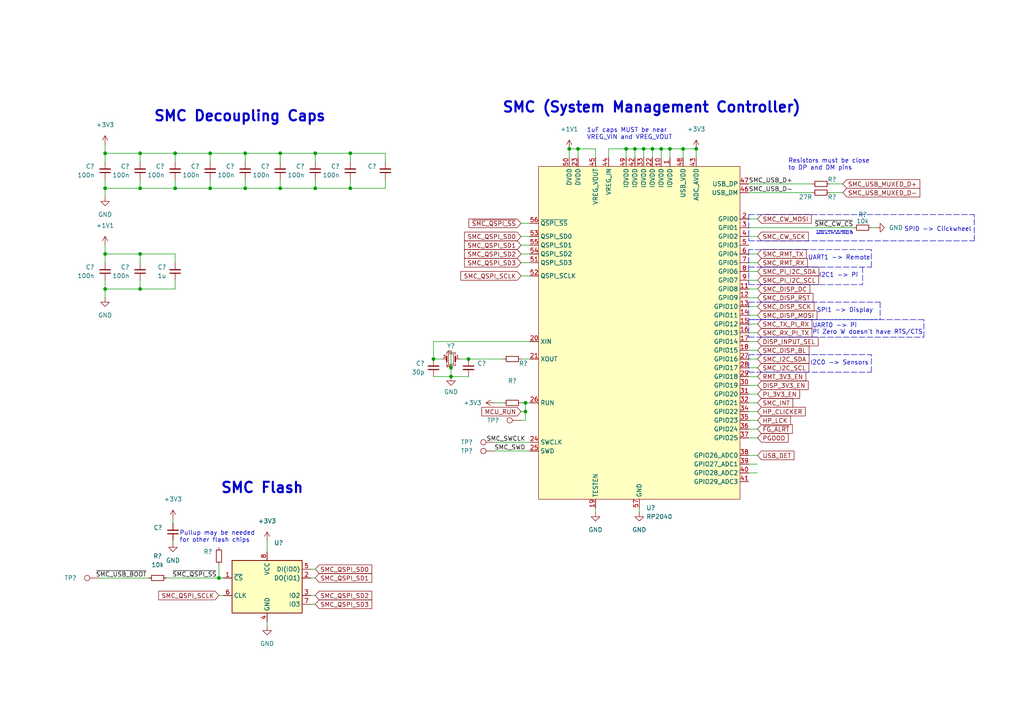
<source format=kicad_sch>
(kicad_sch (version 20211123) (generator eeschema)
  (paper "A4")
  (lib_symbols
    (symbol "Connector:TestPoint" (pin_numbers hide) (pin_names (offset 0.762) hide)
      (property "Reference" "TP" (at 0 6.858 0))
      (property "Value" "TestPoint" (at 0 5.08 0))
      (symbol "TestPoint_0_1"
        (circle (center 0 3.302) (radius 0.762))
      )
      (symbol "TestPoint_1_1"
        (pin passive line (at 0 0 90) (length 2.54) (name "1") (number "1"))
      )
    )
    (symbol "Device:C_Small" (pin_numbers hide) (pin_names (offset 0.254) hide)
      (property "Reference" "C" (at 0.254 1.778 0))
      (property "Value" "C_Small" (at 0.254 -2.032 0))
      (symbol "C_Small_0_1"
        (polyline (pts (xy -1.524 -0.508) (xy 1.524 -0.508)) (stroke (width 0.3302)))
        (polyline (pts (xy -1.524 0.508) (xy 1.524 0.508)) (stroke (width 0.3048)))
      )
      (symbol "C_Small_1_1"
        (pin passive line (at 0 2.54 270) (length 2.032) (name "~") (number "1"))
        (pin passive line (at 0 -2.54 90) (length 2.032) (name "~") (number "2"))
      )
    )
    (symbol "Device:Crystal_GND24_Small" (pin_names (offset 1.016) hide)
      (property "Reference" "Y" (at 1.27 4.445 0))
      (property "Value" "Crystal_GND24_Small" (at 1.27 2.54 0))
      (symbol "Crystal_GND24_Small_0_1"
        (rectangle (start -0.762 -1.524) (end 0.762 1.524))
        (polyline (pts (xy -1.27 -0.762) (xy -1.27 0.762)) (stroke (width 0.381)))
        (polyline (pts (xy 1.27 -0.762) (xy 1.27 0.762)) (stroke (width 0.381)))
        (polyline (pts (xy -1.27 -1.27) (xy -1.27 -1.905) (xy 1.27 -1.905) (xy 1.27 -1.27)))
        (polyline (pts (xy -1.27 1.27) (xy -1.27 1.905) (xy 1.27 1.905) (xy 1.27 1.27)))
      )
      (symbol "Crystal_GND24_Small_1_1"
        (pin passive line (at -2.54 0 0) (length 1.27) (name "1") (number "1"))
        (pin passive line (at 0 -2.54 90) (length 0.635) (name "2") (number "2"))
        (pin passive line (at 2.54 0 180) (length 1.27) (name "3") (number "3"))
        (pin passive line (at 0 2.54 270) (length 0.635) (name "4") (number "4"))
      )
    )
    (symbol "Device:R_Small" (pin_numbers hide) (pin_names (offset 0.254) hide)
      (property "Reference" "R" (at 0.762 0.508 0))
      (property "Value" "R_Small" (at 0.762 -1.016 0))
      (symbol "R_Small_0_1"
        (rectangle (start -0.762 1.778) (end 0.762 -1.778) (stroke (width 0.2032)))
      )
      (symbol "R_Small_1_1"
        (pin passive line (at 0 2.54 270) (length 0.762) (name "~") (number "1"))
        (pin passive line (at 0 -2.54 90) (length 0.762) (name "~") (number "2"))
      )
    )
    (symbol "Memory_Flash:W25Q128JVS"
      (property "Reference" "U" (at -8.89 8.89 0))
      (property "Value" "W25Q128JVS" (at 7.62 8.89 0))
      (symbol "W25Q128JVS_0_1"
        (rectangle (start -10.16 7.62) (end 10.16 -7.62) (stroke (width 0.254)) (fill (type background)))
      )
      (symbol "W25Q128JVS_1_1"
        (pin input line (at -12.7 2.54 0) (length 2.54) (name "~{CS}") (number "1"))
        (pin bidirectional line (at 12.7 2.54 180) (length 2.54) (name "DO(IO1)") (number "2"))
        (pin bidirectional line (at 12.7 -2.54 180) (length 2.54) (name "IO2") (number "3"))
        (pin power_in line (at 0 -10.16 90) (length 2.54) (name "GND") (number "4"))
        (pin bidirectional line (at 12.7 5.08 180) (length 2.54) (name "DI(IO0)") (number "5"))
        (pin input line (at -12.7 -2.54 0) (length 2.54) (name "CLK") (number "6"))
        (pin bidirectional line (at 12.7 -5.08 180) (length 2.54) (name "IO3") (number "7"))
        (pin power_in line (at 0 10.16 270) (length 2.54) (name "VCC") (number "8"))
      )
    )
    (symbol "lcsc:RP2040"
      (property "Reference" "U?" (at 0 58.42 0))
      (property "Value" "RP2040" (at 0 -53.34 0))
      (symbol "RP2040_0_1"
        (rectangle (start -29.21 50.8) (end 29.21 -45.72) (fill (type background)))
        (pin bidirectional line (at 8.89 53.34 270) (length 2.54) (name "IOVDD") (number "1"))
        (pin bidirectional line (at 6.35 53.34 270) (length 2.54) (name "IOVDD") (number "10"))
        (pin bidirectional line (at 31.75 15.24 180) (length 2.54) (name "GPIO8") (number "11"))
        (pin bidirectional line (at 31.75 12.7 180) (length 2.54) (name "GPIO9") (number "12"))
        (pin bidirectional line (at 31.75 10.16 180) (length 2.54) (name "GPIO10") (number "13"))
        (pin bidirectional line (at 31.75 7.62 180) (length 2.54) (name "GPIO11") (number "14"))
        (pin bidirectional line (at 31.75 5.08 180) (length 2.54) (name "GPIO12") (number "15"))
        (pin bidirectional line (at 31.75 2.54 180) (length 2.54) (name "GPIO13") (number "16"))
        (pin bidirectional line (at 31.75 0 180) (length 2.54) (name "GPIO14") (number "17"))
        (pin bidirectional line (at 31.75 -2.54 180) (length 2.54) (name "GPIO15") (number "18"))
        (pin unspecified line (at -12.7 -48.26 90) (length 2.54) (name "TESTEN") (number "19"))
        (pin bidirectional line (at 31.75 35.56 180) (length 2.54) (name "GPIO0") (number "2"))
        (pin input line (at -31.75 0 0) (length 2.54) (name "XIN") (number "20"))
        (pin unspecified line (at -31.75 -5.08 0) (length 2.54) (name "XOUT") (number "21"))
        (pin bidirectional line (at 3.81 53.34 270) (length 2.54) (name "IOVDD") (number "22"))
        (pin bidirectional line (at -17.78 53.34 270) (length 2.54) (name "DVDD") (number "23"))
        (pin output line (at -31.75 -29.21 0) (length 2.54) (name "SWCLK") (number "24"))
        (pin bidirectional line (at -31.75 -31.75 0) (length 2.54) (name "SWD") (number "25"))
        (pin input line (at -31.75 -17.78 0) (length 2.54) (name "RUN") (number "26"))
        (pin bidirectional line (at 31.75 -5.08 180) (length 2.54) (name "GPIO16") (number "27"))
        (pin bidirectional line (at 31.75 -7.62 180) (length 2.54) (name "GPIO17") (number "28"))
        (pin bidirectional line (at 31.75 -10.16 180) (length 2.54) (name "GPIO18") (number "29"))
        (pin bidirectional line (at 31.75 33.02 180) (length 2.54) (name "GPIO1") (number "3"))
        (pin bidirectional line (at 31.75 -12.7 180) (length 2.54) (name "GPIO19") (number "30"))
        (pin bidirectional line (at 31.75 -15.24 180) (length 2.54) (name "GPIO20") (number "31"))
        (pin bidirectional line (at 31.75 -17.78 180) (length 2.54) (name "GPIO21") (number "32"))
        (pin bidirectional line (at 1.27 53.34 270) (length 2.54) (name "IOVDD") (number "33"))
        (pin bidirectional line (at 31.75 -20.32 180) (length 2.54) (name "GPIO22") (number "34"))
        (pin bidirectional line (at 31.75 -22.86 180) (length 2.54) (name "GPIO23") (number "35"))
        (pin bidirectional line (at 31.75 -25.4 180) (length 2.54) (name "GPIO24") (number "36"))
        (pin bidirectional line (at 31.75 -27.94 180) (length 2.54) (name "GPIO25") (number "37"))
        (pin bidirectional line (at 31.75 -33.02 180) (length 2.54) (name "GPIO26_ADC0") (number "38"))
        (pin bidirectional line (at 31.75 -35.56 180) (length 2.54) (name "GPIO27_ADC1") (number "39"))
        (pin bidirectional line (at 31.75 30.48 180) (length 2.54) (name "GPIO2") (number "4"))
        (pin bidirectional line (at 31.75 -38.1 180) (length 2.54) (name "GPIO28_ADC2") (number "40"))
        (pin bidirectional line (at 31.75 -40.64 180) (length 2.54) (name "GPIO29_ADC3") (number "41"))
        (pin bidirectional line (at -1.27 53.34 270) (length 2.54) (name "IOVDD") (number "42"))
        (pin bidirectional line (at 16.51 53.34 270) (length 2.54) (name "ADC_AVDD") (number "43"))
        (pin bidirectional line (at -8.89 53.34 270) (length 2.54) (name "VREG_IN") (number "44"))
        (pin bidirectional line (at -12.7 53.34 270) (length 2.54) (name "VREG_VOUT") (number "45"))
        (pin bidirectional line (at 31.75 43.18 180) (length 2.54) (name "USB_DM") (number "46"))
        (pin bidirectional line (at 31.75 45.72 180) (length 2.54) (name "USB_DP") (number "47"))
        (pin bidirectional line (at 12.7 53.34 270) (length 2.54) (name "USB_VDD") (number "48"))
        (pin bidirectional line (at -3.81 53.34 270) (length 2.54) (name "IOVDD") (number "49"))
        (pin bidirectional line (at 31.75 27.94 180) (length 2.54) (name "GPIO3") (number "5"))
        (pin bidirectional line (at -20.32 53.34 270) (length 2.54) (name "DVDD") (number "50"))
        (pin bidirectional line (at -31.75 22.86 0) (length 2.54) (name "QSPI_SD3") (number "51"))
        (pin output line (at -31.75 19.05 0) (length 2.54) (name "QSPI_SCLK") (number "52"))
        (pin bidirectional line (at -31.75 30.48 0) (length 2.54) (name "QSPI_SD0") (number "53"))
        (pin bidirectional line (at -31.75 25.4 0) (length 2.54) (name "QSPI_SD2") (number "54"))
        (pin bidirectional line (at -31.75 27.94 0) (length 2.54) (name "QSPI_SD1") (number "55"))
        (pin bidirectional line (at -31.75 34.29 0) (length 2.54) (name "~{QSPI_SS}") (number "56"))
        (pin bidirectional line (at 0 -48.26 90) (length 2.54) (name "GND") (number "57"))
        (pin bidirectional line (at 31.75 25.4 180) (length 2.54) (name "GPIO4") (number "6"))
        (pin bidirectional line (at 31.75 22.86 180) (length 2.54) (name "GPIO5") (number "7"))
        (pin bidirectional line (at 31.75 20.32 180) (length 2.54) (name "GPIO6") (number "8"))
        (pin bidirectional line (at 31.75 17.78 180) (length 2.54) (name "GPIO7") (number "9"))
      )
    )
    (symbol "power:+1V1" (power) (pin_names (offset 0))
      (property "Value" "+1V1" (at 0 3.556 0))
      (symbol "+1V1_0_1"
        (polyline (pts (xy -0.762 1.27) (xy 0 2.54)))
        (polyline (pts (xy 0 0) (xy 0 2.54)))
        (polyline (pts (xy 0 2.54) (xy 0.762 1.27)))
      )
      (symbol "+1V1_1_1"
        (pin power_in line (at 0 0 90) (length 0) hide (name "+1V1") (number "1"))
      )
    )
    (symbol "power:+3.3V" (power) (pin_names (offset 0))
      (property "Value" "+3.3V" (at 0 3.556 0))
      (symbol "+3.3V_0_1"
        (polyline (pts (xy -0.762 1.27) (xy 0 2.54)))
        (polyline (pts (xy 0 0) (xy 0 2.54)))
        (polyline (pts (xy 0 2.54) (xy 0.762 1.27)))
      )
      (symbol "+3.3V_1_1"
        (pin power_in line (at 0 0 90) (length 0) hide (name "+3V3") (number "1"))
      )
    )
    (symbol "power:GND" (power) (pin_names (offset 0))
      (property "Value" "GND" (at 0 -3.81 0))
      (symbol "GND_0_1"
        (polyline (pts (xy 0 0) (xy 0 -1.27) (xy 1.27 -1.27) (xy 0 -2.54) (xy -1.27 -1.27) (xy 0 -1.27)))
      )
      (symbol "GND_1_1"
        (pin power_in line (at 0 0 270) (length 0) hide (name "GND") (number "1"))
      )
    )
  )
  (junction (at 198.12 43.18))
  (junction (at 60.96 54.61))
  (junction (at 130.81 109.22))
  (junction (at 186.69 43.18))
  (junction (at 91.44 54.61))
  (junction (at 40.64 83.82))
  (junction (at 40.64 44.45))
  (junction (at 63.5 167.64))
  (junction (at 201.93 43.18))
  (junction (at 152.4 116.84))
  (junction (at 60.96 44.45))
  (junction (at 125.73 104.14))
  (junction (at 184.15 43.18))
  (junction (at 135.89 104.14))
  (junction (at 50.8 54.61))
  (junction (at 40.64 54.61))
  (junction (at 165.1 43.18))
  (junction (at 81.28 54.61))
  (junction (at 81.28 44.45))
  (junction (at 91.44 44.45))
  (junction (at 101.6 44.45))
  (junction (at 167.64 43.18))
  (junction (at 152.4 119.38))
  (junction (at 71.12 54.61))
  (junction (at 101.6 54.61))
  (junction (at 30.48 44.45))
  (junction (at 130.81 106.68))
  (junction (at 30.48 83.82))
  (junction (at 191.77 43.18))
  (junction (at 189.23 43.18))
  (junction (at 194.31 43.18))
  (junction (at 40.64 73.66))
  (junction (at 30.48 73.66))
  (junction (at 71.12 44.45))
  (junction (at 181.61 43.18))
  (junction (at 50.8 44.45))
  (junction (at 30.48 54.61))
  (wire (pts (xy 217.17 93.98) (xy 219.71 93.98)))
  (wire (pts (xy 217.17 83.82) (xy 219.71 83.82)))
  (wire (pts (xy 130.81 106.68) (xy 130.81 109.22)))
  (wire (pts (xy 90.17 172.72) (xy 91.44 172.72)))
  (polyline (pts (xy 217.17 97.79) (xy 267.97 97.79)))
  (wire (pts (xy 90.17 165.1) (xy 91.44 165.1)))
  (wire (pts (xy 217.17 53.34) (xy 235.585 53.34)))
  (wire (pts (xy 217.17 73.66) (xy 219.71 73.66)))
  (polyline (pts (xy 217.17 102.87) (xy 217.17 107.95)))
  (wire (pts (xy 40.64 54.61) (xy 30.48 54.61)))
  (wire (pts (xy 152.4 119.38) (xy 152.4 116.84)))
  (wire (pts (xy 185.42 147.32) (xy 185.42 148.59)))
  (wire (pts (xy 30.48 71.12) (xy 30.48 73.66)))
  (wire (pts (xy 81.28 54.61) (xy 71.12 54.61)))
  (wire (pts (xy 191.77 43.18) (xy 191.77 45.72)))
  (wire (pts (xy 191.77 43.18) (xy 189.23 43.18)))
  (wire (pts (xy 40.64 83.82) (xy 30.48 83.82)))
  (wire (pts (xy 165.1 43.18) (xy 165.1 45.72)))
  (wire (pts (xy 91.44 44.45) (xy 81.28 44.45)))
  (wire (pts (xy 30.48 52.07) (xy 30.48 54.61)))
  (wire (pts (xy 40.64 73.66) (xy 30.48 73.66)))
  (wire (pts (xy 50.8 76.2) (xy 50.8 73.66)))
  (wire (pts (xy 217.17 101.6) (xy 219.71 101.6)))
  (wire (pts (xy 30.48 83.82) (xy 30.48 86.36)))
  (wire (pts (xy 151.13 116.84) (xy 152.4 116.84)))
  (wire (pts (xy 217.17 76.2) (xy 219.71 76.2)))
  (wire (pts (xy 81.28 52.07) (xy 81.28 54.61)))
  (wire (pts (xy 50.8 46.99) (xy 50.8 44.45)))
  (wire (pts (xy 152.4 121.92) (xy 152.4 119.38)))
  (wire (pts (xy 151.13 71.12) (xy 153.67 71.12)))
  (wire (pts (xy 50.165 150.495) (xy 50.165 151.765)))
  (wire (pts (xy 91.44 46.99) (xy 91.44 44.45)))
  (wire (pts (xy 40.64 46.99) (xy 40.64 44.45)))
  (wire (pts (xy 91.44 52.07) (xy 91.44 54.61)))
  (wire (pts (xy 217.17 134.62) (xy 219.71 134.62)))
  (wire (pts (xy 176.53 43.18) (xy 181.61 43.18)))
  (wire (pts (xy 184.15 43.18) (xy 184.15 45.72)))
  (wire (pts (xy 217.17 91.44) (xy 219.71 91.44)))
  (polyline (pts (xy 217.17 87.63) (xy 255.27 87.63)))
  (wire (pts (xy 101.6 54.61) (xy 91.44 54.61)))
  (wire (pts (xy 194.31 43.18) (xy 191.77 43.18)))
  (wire (pts (xy 198.12 43.18) (xy 198.12 45.72)))
  (wire (pts (xy 50.8 52.07) (xy 50.8 54.61)))
  (wire (pts (xy 77.47 180.34) (xy 77.47 181.61)))
  (wire (pts (xy 50.8 44.45) (xy 40.64 44.45)))
  (wire (pts (xy 60.96 52.07) (xy 60.96 54.61)))
  (wire (pts (xy 40.64 44.45) (xy 30.48 44.45)))
  (wire (pts (xy 30.48 54.61) (xy 30.48 57.15)))
  (wire (pts (xy 151.13 119.38) (xy 152.4 119.38)))
  (polyline (pts (xy 282.575 69.85) (xy 282.575 62.23)))
  (wire (pts (xy 217.17 66.04) (xy 247.65 66.04)))
  (wire (pts (xy 201.93 43.18) (xy 201.93 45.72)))
  (wire (pts (xy 143.51 128.27) (xy 153.67 128.27)))
  (wire (pts (xy 63.5 172.72) (xy 64.77 172.72)))
  (polyline (pts (xy 255.27 87.63) (xy 255.27 92.71)))
  (wire (pts (xy 189.23 43.18) (xy 189.23 45.72)))
  (wire (pts (xy 217.17 111.76) (xy 219.71 111.76)))
  (wire (pts (xy 143.51 116.84) (xy 146.05 116.84)))
  (wire (pts (xy 217.17 104.14) (xy 219.71 104.14)))
  (wire (pts (xy 63.5 167.64) (xy 63.5 163.83)))
  (wire (pts (xy 186.69 43.18) (xy 184.15 43.18)))
  (wire (pts (xy 167.64 43.18) (xy 172.72 43.18)))
  (wire (pts (xy 217.17 119.38) (xy 219.71 119.38)))
  (polyline (pts (xy 217.17 62.23) (xy 282.575 62.23)))
  (wire (pts (xy 167.64 43.18) (xy 167.64 45.72)))
  (polyline (pts (xy 217.17 77.47) (xy 252.73 77.47)))
  (wire (pts (xy 101.6 46.99) (xy 101.6 44.45)))
  (wire (pts (xy 111.76 44.45) (xy 101.6 44.45)))
  (wire (pts (xy 125.73 109.22) (xy 130.81 109.22)))
  (wire (pts (xy 50.8 81.28) (xy 50.8 83.82)))
  (wire (pts (xy 30.48 81.28) (xy 30.48 83.82)))
  (wire (pts (xy 151.13 80.01) (xy 153.67 80.01)))
  (polyline (pts (xy 217.17 107.95) (xy 252.73 107.95)))
  (wire (pts (xy 217.17 137.16) (xy 219.71 137.16)))
  (polyline (pts (xy 217.17 92.71) (xy 217.17 97.79)))
  (wire (pts (xy 151.13 76.2) (xy 153.67 76.2)))
  (wire (pts (xy 151.13 104.14) (xy 153.67 104.14)))
  (wire (pts (xy 217.17 55.88) (xy 235.585 55.88)))
  (wire (pts (xy 165.1 43.18) (xy 167.64 43.18)))
  (wire (pts (xy 217.17 114.3) (xy 219.71 114.3)))
  (wire (pts (xy 130.81 109.22) (xy 135.89 109.22)))
  (polyline (pts (xy 217.17 76.835) (xy 217.17 82.55)))
  (wire (pts (xy 60.96 54.61) (xy 50.8 54.61)))
  (wire (pts (xy 50.8 83.82) (xy 40.64 83.82)))
  (wire (pts (xy 125.73 104.14) (xy 128.27 104.14)))
  (wire (pts (xy 111.76 52.07) (xy 111.76 54.61)))
  (wire (pts (xy 217.17 109.22) (xy 219.71 109.22)))
  (wire (pts (xy 50.165 156.845) (xy 50.165 157.48)))
  (polyline (pts (xy 217.17 69.85) (xy 282.575 69.85)))
  (wire (pts (xy 143.51 130.81) (xy 153.67 130.81)))
  (wire (pts (xy 217.17 68.58) (xy 219.71 68.58)))
  (wire (pts (xy 181.61 43.18) (xy 181.61 45.72)))
  (polyline (pts (xy 252.73 77.47) (xy 252.73 72.39)))
  (wire (pts (xy 194.31 43.18) (xy 194.31 45.72)))
  (wire (pts (xy 151.13 73.66) (xy 153.67 73.66)))
  (wire (pts (xy 217.17 99.06) (xy 219.71 99.06)))
  (wire (pts (xy 151.13 64.77) (xy 153.67 64.77)))
  (wire (pts (xy 30.48 44.45) (xy 30.48 46.99)))
  (wire (pts (xy 172.72 147.32) (xy 172.72 148.59)))
  (wire (pts (xy 90.17 167.64) (xy 91.44 167.64)))
  (wire (pts (xy 240.665 55.88) (xy 244.475 55.88)))
  (wire (pts (xy 77.47 156.845) (xy 77.47 160.02)))
  (wire (pts (xy 64.77 167.64) (xy 63.5 167.64)))
  (wire (pts (xy 153.67 99.06) (xy 125.73 99.06)))
  (wire (pts (xy 152.4 116.84) (xy 153.67 116.84)))
  (wire (pts (xy 217.17 132.08) (xy 219.71 132.08)))
  (wire (pts (xy 189.23 43.18) (xy 186.69 43.18)))
  (wire (pts (xy 71.12 44.45) (xy 60.96 44.45)))
  (wire (pts (xy 201.93 43.18) (xy 198.12 43.18)))
  (wire (pts (xy 184.15 43.18) (xy 181.61 43.18)))
  (wire (pts (xy 135.89 104.14) (xy 146.05 104.14)))
  (polyline (pts (xy 267.97 92.71) (xy 217.17 92.71)))
  (wire (pts (xy 81.28 44.45) (xy 71.12 44.45)))
  (wire (pts (xy 240.665 53.34) (xy 244.475 53.34)))
  (wire (pts (xy 28.575 167.64) (xy 43.18 167.64)))
  (wire (pts (xy 217.17 86.36) (xy 219.71 86.36)))
  (wire (pts (xy 217.17 96.52) (xy 219.71 96.52)))
  (wire (pts (xy 130.81 101.6) (xy 130.81 106.68)))
  (wire (pts (xy 198.12 43.18) (xy 194.31 43.18)))
  (wire (pts (xy 50.8 73.66) (xy 40.64 73.66)))
  (wire (pts (xy 125.73 99.06) (xy 125.73 104.14)))
  (wire (pts (xy 217.17 106.68) (xy 219.71 106.68)))
  (wire (pts (xy 40.64 81.28) (xy 40.64 83.82)))
  (wire (pts (xy 60.96 46.99) (xy 60.96 44.45)))
  (wire (pts (xy 252.73 66.04) (xy 254 66.04)))
  (wire (pts (xy 30.48 41.91) (xy 30.48 44.45)))
  (wire (pts (xy 101.6 44.45) (xy 91.44 44.45)))
  (wire (pts (xy 151.13 121.92) (xy 152.4 121.92)))
  (wire (pts (xy 50.8 54.61) (xy 40.64 54.61)))
  (polyline (pts (xy 217.17 72.39) (xy 217.17 77.47)))
  (wire (pts (xy 71.12 54.61) (xy 60.96 54.61)))
  (polyline (pts (xy 217.17 62.23) (xy 217.17 69.85)))
  (polyline (pts (xy 267.97 97.79) (xy 267.97 92.71)))
  (wire (pts (xy 133.35 104.14) (xy 135.89 104.14)))
  (wire (pts (xy 111.76 46.99) (xy 111.76 44.45)))
  (wire (pts (xy 101.6 52.07) (xy 101.6 54.61)))
  (wire (pts (xy 90.17 175.26) (xy 91.44 175.26)))
  (wire (pts (xy 217.17 116.84) (xy 219.71 116.84)))
  (wire (pts (xy 172.72 43.18) (xy 172.72 45.72)))
  (wire (pts (xy 60.96 44.45) (xy 50.8 44.45)))
  (wire (pts (xy 91.44 54.61) (xy 81.28 54.61)))
  (polyline (pts (xy 217.17 102.87) (xy 252.73 102.87)))
  (wire (pts (xy 71.12 46.99) (xy 71.12 44.45)))
  (wire (pts (xy 217.17 63.5) (xy 219.71 63.5)))
  (wire (pts (xy 40.64 76.2) (xy 40.64 73.66)))
  (wire (pts (xy 186.69 43.18) (xy 186.69 45.72)))
  (wire (pts (xy 71.12 52.07) (xy 71.12 54.61)))
  (wire (pts (xy 81.28 46.99) (xy 81.28 44.45)))
  (polyline (pts (xy 217.17 82.55) (xy 250.19 82.55)))
  (wire (pts (xy 217.17 81.28) (xy 219.71 81.28)))
  (wire (pts (xy 217.17 127) (xy 219.71 127)))
  (polyline (pts (xy 252.73 72.39) (xy 217.17 72.39)))
  (wire (pts (xy 217.17 78.74) (xy 219.71 78.74)))
  (polyline (pts (xy 252.73 107.95) (xy 252.73 102.87)))
  (wire (pts (xy 48.26 167.64) (xy 63.5 167.64)))
  (wire (pts (xy 217.17 88.9) (xy 219.71 88.9)))
  (polyline (pts (xy 250.19 77.47) (xy 250.19 82.55)))
  (wire (pts (xy 217.17 124.46) (xy 219.71 124.46)))
  (polyline (pts (xy 217.17 87.63) (xy 217.17 92.71)))
  (wire (pts (xy 40.64 52.07) (xy 40.64 54.61)))
  (wire (pts (xy 111.76 54.61) (xy 101.6 54.61)))
  (wire (pts (xy 30.48 73.66) (xy 30.48 76.2)))
  (wire (pts (xy 151.13 68.58) (xy 153.67 68.58)))
  (wire (pts (xy 217.17 121.92) (xy 219.71 121.92)))
  (polyline (pts (xy 217.17 92.71) (xy 254.635 92.71)))
  (wire (pts (xy 176.53 43.18) (xy 176.53 45.72)))
  (text "Resistors must be close \nto DP and DM pins\n" (at 228.6 49.53 0) (effects (font (size 1.27 1.27)) (justify left bottom)))
  (text "Pi Zero W doesn't have RTS/CTS" (at 235.585 97.155 0) (effects (font (size 1.27 1.27)) (justify left bottom)))
  (text "SMC (System Management Controller)" (at 145.542 33.02 0) (effects (font (size 3 3) (thickness 0.6) bold) (justify left bottom)))
  (text "I2C1 -> Pi" (at 237.49 80.645 0) (effects (font (size 1.27 1.27)) (justify left bottom)))
  (text "UART0 -> Pi" (at 235.585 95.25 0) (effects (font (size 1.27 1.27)) (justify left bottom)))
  (text "SPI0 -> Clickwheel" (at 262.255 67.31 0) (effects (font (size 1.27 1.27)) (justify left bottom)))
  (text "SMC Decoupling Caps" (at 44.45 35.56 0) (effects (font (size 3 3) (thickness 0.6) bold) (justify left bottom)))
  (text "UART1 -> Remote" (at 234.315 75.565 0) (effects (font (size 1.27 1.27)) (justify left bottom)))
  (text "Pullup may be needed\nfor other flash chips\n" (at 52.07 157.48 0) (effects (font (size 1.27 1.27)) (justify left bottom)))
  (text "It doesn't seem to be possible to\noperate as a SPI slave without ~{CS}" (at 236.728 68.072 0) (effects (font (size 0.4 0.4)) (justify left bottom)))
  (text "1uF caps MUST be near \nVREG_VIN and VREG_VOUT" (at 170.18 40.64 0) (effects (font (size 1.27 1.27)) (justify left bottom)))
  (text "SPI1 -> Display" (at 236.855 90.805 0) (effects (font (size 1.27 1.27)) (justify left bottom)))
  (text "SMC Flash" (at 63.881 143.383 0) (effects (font (size 3 3) (thickness 0.6) bold) (justify left bottom)))
  (text "I2C0 -> Sensors" (at 234.95 106.045 0) (effects (font (size 1.27 1.27)) (justify left bottom)))
  (label "SMC_USB_D-" (at 217.17 55.88 0))
  (label "~{SMC_QSPI_SS}" (at 62.865 167.64 180))
  (label "~{SMC_CW_CS}" (at 236.22 66.04 0))
  (label "SMC_SWD" (at 152.4 130.81 180))
  (label "~{SMC_USB_BOOT}" (at 42.545 167.64 180))
  (label "SMC_USB_D+" (at 217.17 53.34 0))
  (label "SMC_SWCLK" (at 152.4 128.27 180))
  (global_label "SMC_DISP_BL" (shape input) (at 219.71 101.6 0) (property "Intersheet References" "${INTERSHEET_REFS}" (effects hide)))
  (global_label "MCU_RUN" (shape input) (at 151.13 119.38 180) (property "Intersheet References" "${INTERSHEET_REFS}" (effects hide)))
  (global_label "SMC_DISP_RST" (shape input) (at 219.71 86.36 0) (property "Intersheet References" "${INTERSHEET_REFS}" (effects hide)))
  (global_label "PGOOD" (shape input) (at 219.71 127 0) (property "Intersheet References" "${INTERSHEET_REFS}" (effects hide)))
  (global_label "SMC_USB_MUXED_D-" (shape input) (at 244.475 55.88 0) (property "Intersheet References" "${INTERSHEET_REFS}" (effects hide)))
  (global_label "SMC_QSPI_SD0" (shape input) (at 91.44 165.1 0) (property "Intersheet References" "${INTERSHEET_REFS}" (effects hide)))
  (global_label "SMC_QSPI_SD1" (shape input) (at 151.13 71.12 180) (property "Intersheet References" "${INTERSHEET_REFS}" (effects hide)))
  (global_label "~{SMC_QSPI_SS}" (shape input) (at 151.13 64.77 180) (property "Intersheet References" "${INTERSHEET_REFS}" (effects hide)))
  (global_label "HP_LCK" (shape input) (at 219.71 121.92 0) (property "Intersheet References" "${INTERSHEET_REFS}" (effects hide)))
  (global_label "SMC_CW_MOSI" (shape input) (at 219.71 63.5 0) (property "Intersheet References" "${INTERSHEET_REFS}" (effects hide)))
  (global_label "SMC_DISP_MOSI" (shape input) (at 219.71 91.44 0) (property "Intersheet References" "${INTERSHEET_REFS}" (effects hide)))
  (global_label "SMC_RMT_TX" (shape input) (at 219.71 73.66 0) (property "Intersheet References" "${INTERSHEET_REFS}" (effects hide)))
  (global_label "SMC_RMT_RX" (shape input) (at 219.71 76.2 0) (property "Intersheet References" "${INTERSHEET_REFS}" (effects hide)))
  (global_label "~{FG_ALRT}" (shape input) (at 219.71 124.46 0) (property "Intersheet References" "${INTERSHEET_REFS}" (effects hide)))
  (global_label "SMC_QSPI_SD3" (shape input) (at 151.13 76.2 180) (property "Intersheet References" "${INTERSHEET_REFS}" (effects hide)))
  (global_label "SMC_PI_I2C_SCL" (shape input) (at 219.71 81.28 0) (property "Intersheet References" "${INTERSHEET_REFS}" (effects hide)))
  (global_label "RMT_3V3_EN" (shape input) (at 219.71 109.22 0) (property "Intersheet References" "${INTERSHEET_REFS}" (effects hide)))
  (global_label "SMC_USB_MUXED_D+" (shape input) (at 244.475 53.34 0) (property "Intersheet References" "${INTERSHEET_REFS}" (effects hide)))
  (global_label "SMC_QSPI_SD3" (shape input) (at 91.44 175.26 0) (property "Intersheet References" "${INTERSHEET_REFS}" (effects hide)))
  (global_label "SMC_QSPI_SD1" (shape input) (at 91.44 167.64 0) (property "Intersheet References" "${INTERSHEET_REFS}" (effects hide)))
  (global_label "SMC_QSPI_SD2" (shape input) (at 151.13 73.66 180) (property "Intersheet References" "${INTERSHEET_REFS}" (effects hide)))
  (global_label "SMC_QSPI_SD2" (shape input) (at 91.44 172.72 0) (property "Intersheet References" "${INTERSHEET_REFS}" (effects hide)))
  (global_label "SMC_INT" (shape input) (at 219.71 116.84 0) (property "Intersheet References" "${INTERSHEET_REFS}" (effects hide)))
  (global_label "SMC_CW_SCK" (shape input) (at 219.71 68.58 0) (property "Intersheet References" "${INTERSHEET_REFS}" (effects hide)))
  (global_label "DISP_3V3_EN" (shape input) (at 219.71 111.76 0) (property "Intersheet References" "${INTERSHEET_REFS}" (effects hide)))
  (global_label "SMC_QSPI_SD0" (shape input) (at 151.13 68.58 180) (property "Intersheet References" "${INTERSHEET_REFS}" (effects hide)))
  (global_label "SMC_QSPI_SCLK" (shape input) (at 151.13 80.01 180) (property "Intersheet References" "${INTERSHEET_REFS}" (effects hide)))
  (global_label "SMC_PI_I2C_SDA" (shape input) (at 219.71 78.74 0) (property "Intersheet References" "${INTERSHEET_REFS}" (effects hide)))
  (global_label "USB_DET" (shape input) (at 219.71 132.08 0) (property "Intersheet References" "${INTERSHEET_REFS}" (effects hide)))
  (global_label "SMC_DISP_SCK" (shape input) (at 219.71 88.9 0) (property "Intersheet References" "${INTERSHEET_REFS}" (effects hide)))
  (global_label "SMC_DISP_DC" (shape input) (at 219.71 83.82 0) (property "Intersheet References" "${INTERSHEET_REFS}" (effects hide)))
  (global_label "DISP_INPUT_SEL" (shape input) (at 219.71 99.06 0) (property "Intersheet References" "${INTERSHEET_REFS}" (effects hide)))
  (global_label "HP_CLICKER" (shape input) (at 219.71 119.38 0) (property "Intersheet References" "${INTERSHEET_REFS}" (effects hide)))
  (global_label "SMC_I2C_SDA" (shape input) (at 219.71 104.14 0) (property "Intersheet References" "${INTERSHEET_REFS}" (effects hide)))
  (global_label "SMC_RX_PI_TX" (shape input) (at 219.71 96.52 0) (property "Intersheet References" "${INTERSHEET_REFS}" (effects hide)))
  (global_label "SMC_QSPI_SCLK" (shape input) (at 63.5 172.72 180) (property "Intersheet References" "${INTERSHEET_REFS}" (effects hide)))
  (global_label "SMC_I2C_SCL" (shape input) (at 219.71 106.68 0) (property "Intersheet References" "${INTERSHEET_REFS}" (effects hide)))
  (global_label "PI_3V3_EN" (shape input) (at 219.71 114.3 0) (property "Intersheet References" "${INTERSHEET_REFS}" (effects hide)))
  (global_label "SMC_TX_PI_RX" (shape input) (at 219.71 93.98 0) (property "Intersheet References" "${INTERSHEET_REFS}" (effects hide)))
  (symbol (lib_id "power:+3.3V") (at 143.51 116.84 90) (unit 1)
    (property "Reference" "#PWR?" (effects hide))
  )
  (symbol (lib_id "Device:R_Small") (at 45.72 167.64 90) (unit 1)
    (property "Reference" "R?" (at 45.72 161.29 90))
    (property "Value" "10k" (at 45.72 163.83 90))
  )
  (symbol (lib_id "power:+3.3V") (at 77.47 156.845 0) (unit 1)
    (property "Reference" "#PWR?" (effects hide))
  )
  (symbol (lib_id "power:GND") (at 254 66.04 90) (unit 1)
    (property "Reference" "#PWR?" (effects hide))
  )
  (symbol (lib_id "Device:C_Small") (at 71.12 49.53 0) (mirror x) (unit 1)
    (property "Reference" "C?" (at 68.072 48.2535 0) (effects (justify right)))
    (property "Value" "100n" (at 68.072 50.7935 0) (effects (justify right)))
  )
  (symbol (lib_id "power:GND") (at 77.47 181.61 0) (unit 1)
    (property "Reference" "#PWR?" (effects hide))
    (property "Value" "GND" (at 77.47 186.69 0))
  )
  (symbol (lib_id "Device:C_Small") (at 101.6 49.53 0) (mirror x) (unit 1)
    (property "Reference" "C?" (at 98.552 48.2535 0) (effects (justify right)))
    (property "Value" "100n" (at 98.552 50.7935 0) (effects (justify right)))
  )
  (symbol (lib_id "Device:C_Small") (at 30.48 78.74 0) (mirror x) (unit 1)
    (property "Reference" "C?" (at 27.432 77.4635 0) (effects (justify right)))
    (property "Value" "100n" (at 27.432 80.0035 0) (effects (justify right)))
  )
  (symbol (lib_id "Device:C_Small") (at 50.165 154.305 0) (mirror x) (unit 1)
    (property "Reference" "C?" (at 47.117 153.0285 0) (effects (justify right)))
  )
  (symbol (lib_id "power:GND") (at 130.81 109.22 0) (unit 1)
    (property "Reference" "#PWR?" (effects hide))
  )
  (symbol (lib_id "Device:R_Small") (at 148.59 116.84 90) (unit 1)
    (property "Reference" "R?" (at 148.59 110.49 90))
  )
  (symbol (lib_id "power:+3.3V") (at 50.165 150.495 0) (unit 1)
    (property "Reference" "#PWR?" (effects hide))
    (property "Value" "+3.3V" (at 50.165 144.78 0))
  )
  (symbol (lib_id "Connector:TestPoint") (at 143.51 128.27 90) (unit 1)
    (property "Reference" "TP?" (at 137.16 128.27 90) (effects (justify left)))
    (property "Value" "TestPoint" (effects hide))
  )
  (symbol (lib_id "Device:C_Small") (at 125.73 106.68 0) (mirror x) (unit 1)
    (property "Reference" "C?" (at 123.19 105.4035 0) (effects (justify right)))
    (property "Value" "30p" (at 123.19 107.9435 0) (effects (justify right)))
  )
  (symbol (lib_id "Device:C_Small") (at 60.96 49.53 0) (mirror x) (unit 1)
    (property "Reference" "C?" (at 57.912 48.2535 0) (effects (justify right)))
    (property "Value" "100n" (at 57.912 50.7935 0) (effects (justify right)))
  )
  (symbol (lib_id "Device:C_Small") (at 111.76 49.53 0) (mirror x) (unit 1)
    (property "Reference" "C?" (at 109.22 48.2535 0) (effects (justify right)))
  )
  (symbol (lib_id "power:GND") (at 30.48 57.15 0) (unit 1)
    (property "Reference" "#PWR?" (effects hide))
    (property "Value" "GND" (at 30.48 62.23 0))
  )
  (symbol (lib_id "power:GND") (at 30.48 86.36 0) (unit 1)
    (property "Reference" "#PWR?" (effects hide))
    (property "Value" "GND" (at 30.48 91.44 0))
  )
  (symbol (lib_id "Device:R_Small") (at 63.5 161.29 0) (mirror x) (unit 1)
    (property "Reference" "R?" (at 61.595 160.0199 0) (effects (justify right)))
  )
  (symbol (lib_id "Connector:TestPoint") (at 151.13 121.92 90) (unit 1)
    (property "Reference" "TP?" (at 144.78 121.92 90) (effects (justify left)))
    (property "Value" "TestPoint" (effects hide))
  )
  (symbol (lib_id "Device:C_Small") (at 135.89 106.68 0) (unit 1)
    (property "Reference" "C?" (at 138.43 105.4162 0) (effects (justify left)))
  )
  (symbol (lib_id "power:+1V1") (at 165.1 43.18 0) (unit 1)
    (property "Reference" "#PWR?" (effects hide))
  )
  (symbol (lib_id "Device:C_Small") (at 81.28 49.53 0) (mirror x) (unit 1)
    (property "Reference" "C?" (at 78.232 48.2535 0) (effects (justify right)))
    (property "Value" "100n" (at 78.232 50.7935 0) (effects (justify right)))
  )
  (symbol (lib_id "Device:C_Small") (at 40.64 78.74 0) (mirror x) (unit 1)
    (property "Reference" "C?" (at 37.592 77.4635 0) (effects (justify right)))
    (property "Value" "100n" (at 37.592 80.0035 0) (effects (justify right)))
  )
  (symbol (lib_id "Memory_Flash:W25Q128JVS") (at 77.47 170.18 0) (unit 1)
    (property "Reference" "U?" (at 79.4894 157.48 0) (effects (justify left)))
    (property "Datasheet" "http://www.winbond.com/resource-files/w25q128jv_dtr%20revc%2003272018%20plus.pdf" (effects hide))
  )
  (symbol (lib_id "Device:Crystal_GND24_Small") (at 130.81 104.14 0) (mirror y) (unit 1)
    (property "Reference" "Y?" (at 130.81 100.33 0))
  )
  (symbol (lib_id "power:+3.3V") (at 30.48 41.91 0) (unit 1)
    (property "Reference" "#PWR?" (effects hide))
    (property "Value" "+3.3V" (at 30.48 36.195 0))
  )
  (symbol (lib_id "Device:C_Small") (at 91.44 49.53 0) (mirror x) (unit 1)
    (property "Reference" "C?" (at 88.392 48.2535 0) (effects (justify right)))
    (property "Value" "100n" (at 88.392 50.7935 0) (effects (justify right)))
  )
  (symbol (lib_id "power:GND") (at 185.42 148.59 0) (unit 1)
    (property "Reference" "#PWR?" (effects hide))
  )
  (symbol (lib_id "Device:R_Small") (at 148.59 104.14 270) (mirror x) (unit 1)
    (property "Reference" "R?" (at 150.495 105.41 90) (effects (justify left)))
  )
  (symbol (lib_id "Device:C_Small") (at 30.48 49.53 0) (mirror x) (unit 1)
    (property "Reference" "C?" (at 27.432 48.2535 0) (effects (justify right)))
    (property "Value" "100n" (at 27.432 50.7935 0) (effects (justify right)))
  )
  (symbol (lib_id "power:GND") (at 50.165 157.48 0) (unit 1)
    (property "Reference" "#PWR?" (effects hide))
    (property "Value" "GND" (at 50.165 162.56 0))
  )
  (symbol (lib_id "power:GND") (at 172.72 148.59 0) (unit 1)
    (property "Reference" "#PWR?" (effects hide))
    (property "Value" "GND" (at 172.72 153.67 0))
  )
  (symbol (lib_id "power:+3.3V") (at 201.93 43.18 0) (unit 1)
    (property "Reference" "#PWR?" (effects hide))
  )
  (symbol (lib_id "power:+1V1") (at 30.48 71.12 0) (unit 1)
    (property "Reference" "#PWR?" (effects hide))
    (property "Value" "+1V1" (at 30.48 65.405 0))
  )
  (symbol (lib_id "Device:C_Small") (at 40.64 49.53 0) (mirror x) (unit 1)
    (property "Reference" "C?" (at 37.592 48.2535 0) (effects (justify right)))
    (property "Value" "100n" (at 37.592 50.7935 0) (effects (justify right)))
  )
  (symbol (lib_id "Device:C_Small") (at 50.8 49.53 0) (mirror x) (unit 1)
    (property "Reference" "C?" (at 47.752 48.2535 0) (effects (justify right)))
    (property "Value" "100n" (at 47.752 50.7935 0) (effects (justify right)))
  )
  (symbol (lib_id "Connector:TestPoint") (at 28.575 167.64 90) (unit 1)
    (property "Reference" "TP?" (at 22.225 167.64 90) (effects (justify left)))
    (property "Value" "TestPoint" (effects hide))
  )
  (symbol (lib_id "Device:R_Small") (at 238.125 53.34 270) (unit 1)
    (property "Reference" "R?" (at 240.03 52.07 90) (effects (justify left)))
  )
  (symbol (lib_id "lcsc:RP2040") (at 185.42 99.06 0) (unit 1)
    (property "Reference" "U?" (at 187.4394 147.32 0) (effects (justify left)))
    (property "Value" "RP2040" (at 187.4394 149.86 0) (effects (justify left)))
    (property "Footprint" "lcsc:LQFN-56_L7.0-W7.0-P0.4-EP" (effects hide))
    (property "Manufacturer" "Raspberry Pi(树莓派)" (effects hide))
    (property "LCSC Part" "C2040" (effects hide))
    (property "JLC Part" "Extended Part" (effects hide))
  )
  (symbol (lib_id "Device:R_Small") (at 250.19 66.04 90) (unit 1)
    (property "Reference" "R?" (at 250.19 62.23 90))
    (property "Value" "10k" (at 250.19 64.135 90))
  )
  (symbol (lib_id "Device:C_Small") (at 50.8 78.74 0) (mirror x) (unit 1)
    (property "Reference" "C?" (at 48.26 77.4635 0) (effects (justify right)))
    (property "Value" "1u" (at 48.26 80.0035 0) (effects (justify right)))
  )
  (symbol (lib_id "Device:R_Small") (at 238.125 55.88 270) (mirror x) (unit 1)
    (property "Reference" "R?" (at 240.03 57.15 90) (effects (justify left)))
    (property "Value" "27R" (at 235.585 57.15 90) (effects (justify right)))
  )
  (symbol (lib_id "Connector:TestPoint") (at 143.51 130.81 90) (unit 1)
    (property "Reference" "TP?" (at 137.16 130.81 90) (effects (justify left)))
    (property "Value" "TestPoint" (effects hide))
  )
)
</source>
